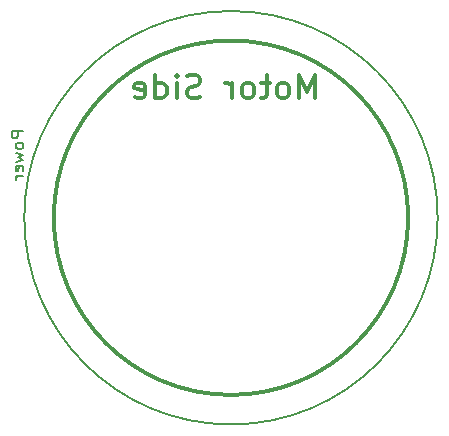
<source format=gbo>
G04 #@! TF.GenerationSoftware,KiCad,Pcbnew,(5.1.9)-1*
G04 #@! TF.CreationDate,2021-08-06T09:52:32+02:00*
G04 #@! TF.ProjectId,Driver,44726976-6572-42e6-9b69-6361645f7063,rev?*
G04 #@! TF.SameCoordinates,Original*
G04 #@! TF.FileFunction,Legend,Bot*
G04 #@! TF.FilePolarity,Positive*
%FSLAX46Y46*%
G04 Gerber Fmt 4.6, Leading zero omitted, Abs format (unit mm)*
G04 Created by KiCad (PCBNEW (5.1.9)-1) date 2021-08-06 09:52:32*
%MOMM*%
%LPD*%
G01*
G04 APERTURE LIST*
%ADD10C,0.300000*%
%ADD11C,0.150000*%
%ADD12C,0.200000*%
G04 APERTURE END LIST*
D10*
X156617904Y-93513591D02*
G75*
G03*
X156617904Y-93513591I-15000000J0D01*
G01*
D11*
X124045284Y-86212400D02*
X123045284Y-86212400D01*
X123045284Y-86593352D01*
X123092904Y-86688591D01*
X123140523Y-86736210D01*
X123235761Y-86783829D01*
X123378618Y-86783829D01*
X123473856Y-86736210D01*
X123521475Y-86688591D01*
X123569094Y-86593352D01*
X123569094Y-86212400D01*
X124045284Y-87355257D02*
X123997665Y-87260019D01*
X123950046Y-87212400D01*
X123854808Y-87164781D01*
X123569094Y-87164781D01*
X123473856Y-87212400D01*
X123426237Y-87260019D01*
X123378618Y-87355257D01*
X123378618Y-87498114D01*
X123426237Y-87593352D01*
X123473856Y-87640971D01*
X123569094Y-87688591D01*
X123854808Y-87688591D01*
X123950046Y-87640971D01*
X123997665Y-87593352D01*
X124045284Y-87498114D01*
X124045284Y-87355257D01*
X123378618Y-88021924D02*
X124045284Y-88212400D01*
X123569094Y-88402876D01*
X124045284Y-88593352D01*
X123378618Y-88783829D01*
X123997665Y-89545733D02*
X124045284Y-89450495D01*
X124045284Y-89260019D01*
X123997665Y-89164781D01*
X123902427Y-89117162D01*
X123521475Y-89117162D01*
X123426237Y-89164781D01*
X123378618Y-89260019D01*
X123378618Y-89450495D01*
X123426237Y-89545733D01*
X123521475Y-89593352D01*
X123616713Y-89593352D01*
X123711951Y-89117162D01*
X124045284Y-90021924D02*
X123378618Y-90021924D01*
X123569094Y-90021924D02*
X123473856Y-90069543D01*
X123426237Y-90117162D01*
X123378618Y-90212400D01*
X123378618Y-90307638D01*
D12*
X159117904Y-93513591D02*
G75*
G03*
X159117904Y-93513591I-17500000J0D01*
G01*
D10*
X148736951Y-83418352D02*
X148736951Y-81418352D01*
X148070284Y-82846924D01*
X147403618Y-81418352D01*
X147403618Y-83418352D01*
X146165523Y-83418352D02*
X146355999Y-83323114D01*
X146451237Y-83227876D01*
X146546475Y-83037400D01*
X146546475Y-82465971D01*
X146451237Y-82275495D01*
X146355999Y-82180257D01*
X146165523Y-82085019D01*
X145879808Y-82085019D01*
X145689332Y-82180257D01*
X145594094Y-82275495D01*
X145498856Y-82465971D01*
X145498856Y-83037400D01*
X145594094Y-83227876D01*
X145689332Y-83323114D01*
X145879808Y-83418352D01*
X146165523Y-83418352D01*
X144927427Y-82085019D02*
X144165523Y-82085019D01*
X144641713Y-81418352D02*
X144641713Y-83132638D01*
X144546475Y-83323114D01*
X144355999Y-83418352D01*
X144165523Y-83418352D01*
X143213142Y-83418352D02*
X143403618Y-83323114D01*
X143498856Y-83227876D01*
X143594094Y-83037400D01*
X143594094Y-82465971D01*
X143498856Y-82275495D01*
X143403618Y-82180257D01*
X143213142Y-82085019D01*
X142927427Y-82085019D01*
X142736951Y-82180257D01*
X142641713Y-82275495D01*
X142546475Y-82465971D01*
X142546475Y-83037400D01*
X142641713Y-83227876D01*
X142736951Y-83323114D01*
X142927427Y-83418352D01*
X143213142Y-83418352D01*
X141689332Y-83418352D02*
X141689332Y-82085019D01*
X141689332Y-82465971D02*
X141594094Y-82275495D01*
X141498856Y-82180257D01*
X141308380Y-82085019D01*
X141117904Y-82085019D01*
X139022665Y-83323114D02*
X138736951Y-83418352D01*
X138260761Y-83418352D01*
X138070284Y-83323114D01*
X137975046Y-83227876D01*
X137879808Y-83037400D01*
X137879808Y-82846924D01*
X137975046Y-82656448D01*
X138070284Y-82561210D01*
X138260761Y-82465971D01*
X138641713Y-82370733D01*
X138832189Y-82275495D01*
X138927427Y-82180257D01*
X139022665Y-81989781D01*
X139022665Y-81799305D01*
X138927427Y-81608829D01*
X138832189Y-81513591D01*
X138641713Y-81418352D01*
X138165523Y-81418352D01*
X137879808Y-81513591D01*
X137022665Y-83418352D02*
X137022665Y-82085019D01*
X137022665Y-81418352D02*
X137117904Y-81513591D01*
X137022665Y-81608829D01*
X136927427Y-81513591D01*
X137022665Y-81418352D01*
X137022665Y-81608829D01*
X135213142Y-83418352D02*
X135213142Y-81418352D01*
X135213142Y-83323114D02*
X135403618Y-83418352D01*
X135784570Y-83418352D01*
X135975046Y-83323114D01*
X136070284Y-83227876D01*
X136165523Y-83037400D01*
X136165523Y-82465971D01*
X136070284Y-82275495D01*
X135975046Y-82180257D01*
X135784570Y-82085019D01*
X135403618Y-82085019D01*
X135213142Y-82180257D01*
X133498856Y-83323114D02*
X133689332Y-83418352D01*
X134070284Y-83418352D01*
X134260761Y-83323114D01*
X134355999Y-83132638D01*
X134355999Y-82370733D01*
X134260761Y-82180257D01*
X134070284Y-82085019D01*
X133689332Y-82085019D01*
X133498856Y-82180257D01*
X133403618Y-82370733D01*
X133403618Y-82561210D01*
X134355999Y-82751686D01*
%LPC*%
M02*

</source>
